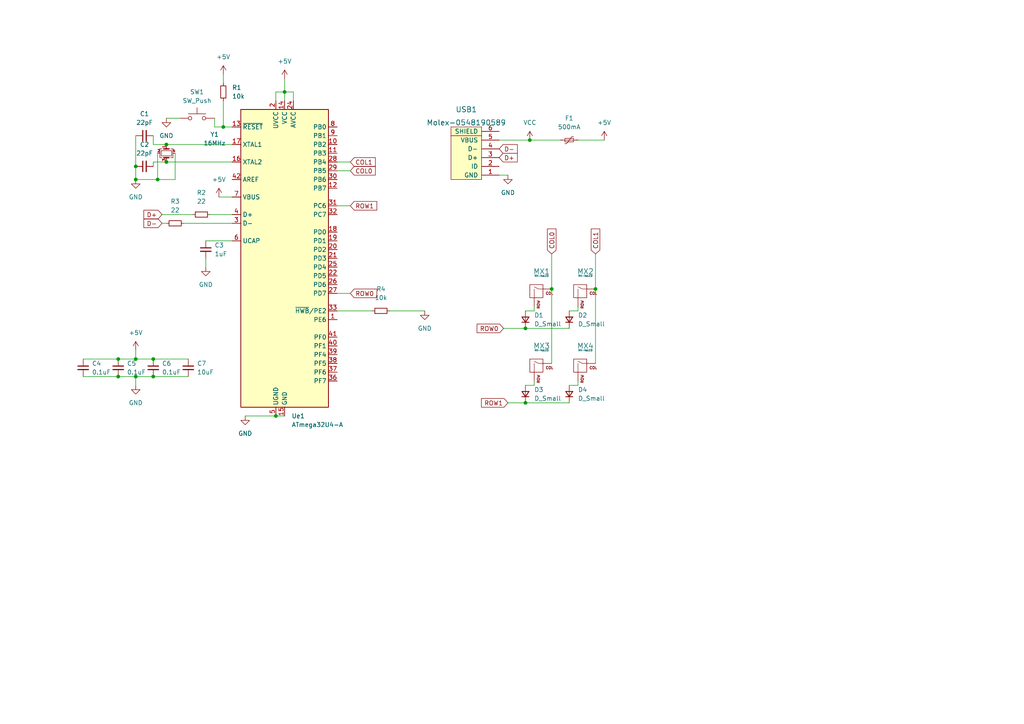
<source format=kicad_sch>
(kicad_sch (version 20211123) (generator eeschema)
  (paper "A4")
  (lib_symbols
    (symbol "Device:C_Small" (pin_numbers hide) (pin_names (offset 0.254) hide)
      (property "Reference" "C" (at 0.254 1.778 0))
      (property "Value" "C_Small" (at 0.254 -2.032 0))
      (symbol "C_Small_0_1"
        (polyline (pts (xy -1.524 -0.508) (xy 1.524 -0.508)) (stroke (width 0.3302)))
        (polyline (pts (xy -1.524 0.508) (xy 1.524 0.508)) (stroke (width 0.3048)))
      )
      (symbol "C_Small_1_1"
        (pin passive line (at 0 2.54 270) (length 2.032) (name "~") (number "1"))
        (pin passive line (at 0 -2.54 90) (length 2.032) (name "~") (number "2"))
      )
    )
    (symbol "Device:Crystal_GND24_Small" (pin_names (offset 1.016) hide)
      (property "Reference" "Y" (at 1.27 4.445 0))
      (property "Value" "Crystal_GND24_Small" (at 1.27 2.54 0))
      (symbol "Crystal_GND24_Small_0_1"
        (rectangle (start -0.762 -1.524) (end 0.762 1.524))
        (polyline (pts (xy -1.27 -0.762) (xy -1.27 0.762)) (stroke (width 0.381)))
        (polyline (pts (xy 1.27 -0.762) (xy 1.27 0.762)) (stroke (width 0.381)))
        (polyline (pts (xy -1.27 -1.27) (xy -1.27 -1.905) (xy 1.27 -1.905) (xy 1.27 -1.27)))
        (polyline (pts (xy -1.27 1.27) (xy -1.27 1.905) (xy 1.27 1.905) (xy 1.27 1.27)))
      )
      (symbol "Crystal_GND24_Small_1_1"
        (pin passive line (at -2.54 0 0) (length 1.27) (name "1") (number "1"))
        (pin passive line (at 0 -2.54 90) (length 0.635) (name "2") (number "2"))
        (pin passive line (at 2.54 0 180) (length 1.27) (name "3") (number "3"))
        (pin passive line (at 0 2.54 270) (length 0.635) (name "4") (number "4"))
      )
    )
    (symbol "Device:D_Small" (pin_numbers hide) (pin_names (offset 0.254) hide)
      (property "Reference" "D" (at -1.27 2.032 0))
      (property "Value" "D_Small" (at -3.81 -2.032 0))
      (symbol "D_Small_0_1"
        (polyline (pts (xy -0.762 -1.016) (xy -0.762 1.016)) (stroke (width 0.254)))
        (polyline (pts (xy -0.762 0) (xy 0.762 0)))
        (polyline (pts (xy 0.762 -1.016) (xy -0.762 0) (xy 0.762 1.016) (xy 0.762 -1.016)) (stroke (width 0.254)))
      )
      (symbol "D_Small_1_1"
        (pin passive line (at -2.54 0 0) (length 1.778) (name "K") (number "1"))
        (pin passive line (at 2.54 0 180) (length 1.778) (name "A") (number "2"))
      )
    )
    (symbol "Device:Polyfuse_Small" (pin_numbers hide) (pin_names (offset 0))
      (property "Reference" "F" (at -1.905 0 90))
      (property "Value" "Polyfuse_Small" (at 1.905 0 90))
      (symbol "Polyfuse_Small_0_1"
        (rectangle (start -0.508 1.27) (end 0.508 -1.27))
        (polyline (pts (xy 0 2.54) (xy 0 -2.54)))
        (polyline (pts (xy -1.016 1.27) (xy -1.016 0.762) (xy 1.016 -0.762) (xy 1.016 -1.27)))
      )
      (symbol "Polyfuse_Small_1_1"
        (pin passive line (at 0 2.54 270) (length 0.635) (name "~") (number "1"))
        (pin passive line (at 0 -2.54 90) (length 0.635) (name "~") (number "2"))
      )
    )
    (symbol "Device:R_Small" (pin_numbers hide) (pin_names (offset 0.254) hide)
      (property "Reference" "R" (at 0.762 0.508 0))
      (property "Value" "R_Small" (at 0.762 -1.016 0))
      (symbol "R_Small_0_1"
        (rectangle (start -0.762 1.778) (end 0.762 -1.778) (stroke (width 0.2032)))
      )
      (symbol "R_Small_1_1"
        (pin passive line (at 0 2.54 270) (length 0.762) (name "~") (number "1"))
        (pin passive line (at 0 -2.54 90) (length 0.762) (name "~") (number "2"))
      )
    )
    (symbol "MCU_Microchip_ATmega:ATmega32U4-A"
      (property "Reference" "U" (at -12.7 44.45 0))
      (property "Value" "ATmega32U4-A" (at 2.54 -44.45 0))
      (symbol "ATmega32U4-A_0_1"
        (rectangle (start -12.7 -43.18) (end 12.7 43.18) (stroke (width 0.254)) (fill (type background)))
      )
      (symbol "ATmega32U4-A_1_1"
        (pin bidirectional line (at 15.24 -17.78 180) (length 2.54) (name "PE6") (number "1"))
        (pin bidirectional line (at 15.24 33.02 180) (length 2.54) (name "PB2") (number "10"))
        (pin bidirectional line (at 15.24 30.48 180) (length 2.54) (name "PB3") (number "11"))
        (pin bidirectional line (at 15.24 20.32 180) (length 2.54) (name "PB7") (number "12"))
        (pin input line (at -15.24 38.1 0) (length 2.54) (name "~{RESET}") (number "13"))
        (pin power_in line (at 0 45.72 270) (length 2.54) (name "VCC") (number "14"))
        (pin power_in line (at 0 -45.72 90) (length 2.54) (name "GND") (number "15"))
        (pin output line (at -15.24 27.94 0) (length 2.54) (name "XTAL2") (number "16"))
        (pin input line (at -15.24 33.02 0) (length 2.54) (name "XTAL1") (number "17"))
        (pin bidirectional line (at 15.24 7.62 180) (length 2.54) (name "PD0") (number "18"))
        (pin bidirectional line (at 15.24 5.08 180) (length 2.54) (name "PD1") (number "19"))
        (pin power_in line (at -2.54 45.72 270) (length 2.54) (name "UVCC") (number "2"))
        (pin bidirectional line (at 15.24 2.54 180) (length 2.54) (name "PD2") (number "20"))
        (pin bidirectional line (at 15.24 0 180) (length 2.54) (name "PD3") (number "21"))
        (pin bidirectional line (at 15.24 -5.08 180) (length 2.54) (name "PD5") (number "22"))
        (pin passive line (at 0 -45.72 90) (length 2.54) hide (name "GND") (number "23"))
        (pin power_in line (at 2.54 45.72 270) (length 2.54) (name "AVCC") (number "24"))
        (pin bidirectional line (at 15.24 -2.54 180) (length 2.54) (name "PD4") (number "25"))
        (pin bidirectional line (at 15.24 -7.62 180) (length 2.54) (name "PD6") (number "26"))
        (pin bidirectional line (at 15.24 -10.16 180) (length 2.54) (name "PD7") (number "27"))
        (pin bidirectional line (at 15.24 27.94 180) (length 2.54) (name "PB4") (number "28"))
        (pin bidirectional line (at 15.24 25.4 180) (length 2.54) (name "PB5") (number "29"))
        (pin bidirectional line (at -15.24 10.16 0) (length 2.54) (name "D-") (number "3"))
        (pin bidirectional line (at 15.24 22.86 180) (length 2.54) (name "PB6") (number "30"))
        (pin bidirectional line (at 15.24 15.24 180) (length 2.54) (name "PC6") (number "31"))
        (pin bidirectional line (at 15.24 12.7 180) (length 2.54) (name "PC7") (number "32"))
        (pin bidirectional line (at 15.24 -15.24 180) (length 2.54) (name "~{HWB}/PE2") (number "33"))
        (pin passive line (at 0 45.72 270) (length 2.54) hide (name "VCC") (number "34"))
        (pin passive line (at 0 -45.72 90) (length 2.54) hide (name "GND") (number "35"))
        (pin bidirectional line (at 15.24 -35.56 180) (length 2.54) (name "PF7") (number "36"))
        (pin bidirectional line (at 15.24 -33.02 180) (length 2.54) (name "PF6") (number "37"))
        (pin bidirectional line (at 15.24 -30.48 180) (length 2.54) (name "PF5") (number "38"))
        (pin bidirectional line (at 15.24 -27.94 180) (length 2.54) (name "PF4") (number "39"))
        (pin bidirectional line (at -15.24 12.7 0) (length 2.54) (name "D+") (number "4"))
        (pin bidirectional line (at 15.24 -25.4 180) (length 2.54) (name "PF1") (number "40"))
        (pin bidirectional line (at 15.24 -22.86 180) (length 2.54) (name "PF0") (number "41"))
        (pin passive line (at -15.24 22.86 0) (length 2.54) (name "AREF") (number "42"))
        (pin passive line (at 0 -45.72 90) (length 2.54) hide (name "GND") (number "43"))
        (pin passive line (at 2.54 45.72 270) (length 2.54) hide (name "AVCC") (number "44"))
        (pin passive line (at -2.54 -45.72 90) (length 2.54) (name "UGND") (number "5"))
        (pin passive line (at -15.24 5.08 0) (length 2.54) (name "UCAP") (number "6"))
        (pin input line (at -15.24 17.78 0) (length 2.54) (name "VBUS") (number "7"))
        (pin bidirectional line (at 15.24 38.1 180) (length 2.54) (name "PB0") (number "8"))
        (pin bidirectional line (at 15.24 35.56 180) (length 2.54) (name "PB1") (number "9"))
      )
    )
    (symbol "MX_Alps_Hybrid:MX-NoLED" (pin_names (offset 1.016))
      (property "Reference" "MX" (at -0.635 3.81 0))
      (property "Value" "MX-NoLED" (at -0.635 1.27 0))
      (symbol "MX-NoLED_0_0"
        (rectangle (start -2.54 2.54) (end 1.27 -1.27))
        (polyline (pts (xy -1.27 -1.27) (xy -1.27 1.27)) (stroke (width 0.127)))
        (polyline (pts (xy 1.27 1.27) (xy 0 1.27) (xy -1.27 1.905)) (stroke (width 0.127)))
        (text "COL" (at 3.175 0 0) (effects (font (size 0.762 0.762))))
        (text "ROW" (at 0 -1.905 900) (effects (font (size 0.762 0.762)) (justify right)))
      )
      (symbol "MX-NoLED_1_1"
        (pin passive line (at 3.81 1.27 180) (length 2.54) (name "COL") (number "1"))
        (pin passive line (at -1.27 -3.81 90) (length 2.54) (name "ROW") (number "2"))
      )
    )
    (symbol "Switch:SW_Push" (pin_numbers hide) (pin_names (offset 1.016) hide)
      (property "Reference" "SW" (at 1.27 2.54 0))
      (property "Value" "SW_Push" (at 0 -1.524 0))
      (symbol "SW_Push_0_1"
        (circle (center -2.032 0) (radius 0.508))
        (polyline (pts (xy 0 1.27) (xy 0 3.048)))
        (polyline (pts (xy 2.54 1.27) (xy -2.54 1.27)))
        (circle (center 2.032 0) (radius 0.508))
        (pin passive line (at -5.08 0 0) (length 2.54) (name "1") (number "1"))
        (pin passive line (at 5.08 0 180) (length 2.54) (name "2") (number "2"))
      )
    )
    (symbol "power:+5V" (power) (pin_names (offset 0))
      (property "Value" "+5V" (at 0 3.556 0))
      (symbol "+5V_0_1"
        (polyline (pts (xy -0.762 1.27) (xy 0 2.54)))
        (polyline (pts (xy 0 0) (xy 0 2.54)))
        (polyline (pts (xy 0 2.54) (xy 0.762 1.27)))
      )
      (symbol "+5V_1_1"
        (pin power_in line (at 0 0 90) (length 0) hide (name "+5V") (number "1"))
      )
    )
    (symbol "power:GND" (power) (pin_names (offset 0))
      (property "Value" "GND" (at 0 -3.81 0))
      (symbol "GND_0_1"
        (polyline (pts (xy 0 0) (xy 0 -1.27) (xy 1.27 -1.27) (xy 0 -2.54) (xy -1.27 -1.27) (xy 0 -1.27)))
      )
      (symbol "GND_1_1"
        (pin power_in line (at 0 0 270) (length 0) hide (name "GND") (number "1"))
      )
    )
    (symbol "power:VCC" (power) (pin_names (offset 0))
      (property "Value" "VCC" (at 0 3.81 0))
      (symbol "VCC_0_1"
        (polyline (pts (xy -0.762 1.27) (xy 0 2.54)))
        (polyline (pts (xy 0 0) (xy 0 2.54)))
        (polyline (pts (xy 0 2.54) (xy 0.762 1.27)))
      )
      (symbol "VCC_1_1"
        (pin power_in line (at 0 0 90) (length 0) hide (name "VCC") (number "1"))
      )
    )
    (symbol "random-keyboard-parts:Molex-0548190589" (pin_names (offset 1.016))
      (property "Reference" "USB" (at 0 7.62 0))
      (property "Value" "Molex-0548190589" (at 0 10.16 0))
      (symbol "Molex-0548190589_0_0"
        (polyline (pts (xy 6.35 -2.54) (xy 6.35 6.35)))
        (rectangle (start 8.89 -2.54) (end -6.35 6.35) (fill (type background)))
      )
      (symbol "Molex-0548190589_1_1"
        (pin input line (at -5.08 -7.62 90) (length 5.08) (name "GND") (number "1"))
        (pin input line (at -2.54 -7.62 90) (length 5.08) (name "ID") (number "2"))
        (pin input line (at 0 -7.62 90) (length 5.08) (name "D+") (number "3"))
        (pin input line (at 2.54 -7.62 90) (length 5.08) (name "D-") (number "4"))
        (pin input line (at 5.08 -7.62 90) (length 5.08) (name "VBUS") (number "5"))
        (pin input line (at 7.62 -7.62 90) (length 5.08) (name "SHIELD") (number "6"))
      )
    )
  )
  (junction (at 48.26 46.99))
  (junction (at 160.02 83.82))
  (junction (at 153.67 40.64))
  (junction (at 80.01 120.65))
  (junction (at 39.37 52.07))
  (junction (at 44.45 109.22))
  (junction (at 44.45 104.14))
  (junction (at 39.37 109.22))
  (junction (at 82.55 26.67))
  (junction (at 48.26 41.91))
  (junction (at 64.77 36.83))
  (junction (at 45.72 52.07))
  (junction (at 152.4 95.25))
  (junction (at 152.4 116.84))
  (junction (at 39.37 104.14))
  (junction (at 34.29 104.14))
  (junction (at 34.29 109.22))
  (junction (at 39.37 48.26))
  (junction (at 172.72 83.82))
  (wire (pts (xy 62.23 34.29) (xy 62.23 36.83)))
  (wire (pts (xy 113.03 90.17) (xy 123.19 90.17)))
  (wire (pts (xy 46.99 64.77) (xy 48.26 64.77)))
  (wire (pts (xy 59.69 74.93) (xy 59.69 77.47)))
  (wire (pts (xy 82.55 22.86) (xy 82.55 26.67)))
  (wire (pts (xy 46.99 62.23) (xy 55.88 62.23)))
  (wire (pts (xy 45.72 44.45) (xy 45.72 52.07)))
  (wire (pts (xy 50.8 52.07) (xy 50.8 44.45)))
  (wire (pts (xy 64.77 21.59) (xy 64.77 24.13)))
  (wire (pts (xy 167.64 111.76) (xy 167.64 110.49)))
  (wire (pts (xy 97.79 49.53) (xy 101.6 49.53)))
  (wire (pts (xy 172.72 83.82) (xy 172.72 105.41)))
  (wire (pts (xy 39.37 39.37) (xy 39.37 48.26)))
  (wire (pts (xy 152.4 111.76) (xy 154.94 111.76)))
  (wire (pts (xy 44.45 46.99) (xy 48.26 46.99)))
  (wire (pts (xy 64.77 36.83) (xy 67.31 36.83)))
  (wire (pts (xy 80.01 120.65) (xy 82.55 120.65)))
  (wire (pts (xy 39.37 52.07) (xy 45.72 52.07)))
  (wire (pts (xy 24.13 109.22) (xy 34.29 109.22)))
  (wire (pts (xy 44.45 109.22) (xy 54.61 109.22)))
  (wire (pts (xy 82.55 26.67) (xy 85.09 26.67)))
  (wire (pts (xy 45.72 52.07) (xy 50.8 52.07)))
  (wire (pts (xy 144.78 50.8) (xy 147.32 50.8)))
  (wire (pts (xy 160.02 73.66) (xy 160.02 83.82)))
  (wire (pts (xy 39.37 109.22) (xy 44.45 109.22)))
  (wire (pts (xy 63.5 57.15) (xy 67.31 57.15)))
  (wire (pts (xy 97.79 46.99) (xy 101.6 46.99)))
  (wire (pts (xy 59.69 69.85) (xy 67.31 69.85)))
  (wire (pts (xy 39.37 48.26) (xy 39.37 52.07)))
  (wire (pts (xy 60.96 62.23) (xy 67.31 62.23)))
  (wire (pts (xy 53.34 64.77) (xy 67.31 64.77)))
  (wire (pts (xy 48.26 46.99) (xy 67.31 46.99)))
  (wire (pts (xy 144.78 40.64) (xy 153.67 40.64)))
  (wire (pts (xy 160.02 83.82) (xy 160.02 105.41)))
  (wire (pts (xy 154.94 111.76) (xy 154.94 110.49)))
  (wire (pts (xy 167.64 40.64) (xy 175.26 40.64)))
  (wire (pts (xy 44.45 48.26) (xy 44.45 46.99)))
  (wire (pts (xy 39.37 101.6) (xy 39.37 104.14)))
  (wire (pts (xy 39.37 104.14) (xy 44.45 104.14)))
  (wire (pts (xy 34.29 109.22) (xy 39.37 109.22)))
  (wire (pts (xy 147.32 116.84) (xy 152.4 116.84)))
  (wire (pts (xy 34.29 104.14) (xy 39.37 104.14)))
  (wire (pts (xy 152.4 90.17) (xy 154.94 90.17)))
  (wire (pts (xy 165.1 90.17) (xy 167.64 90.17)))
  (wire (pts (xy 44.45 41.91) (xy 48.26 41.91)))
  (wire (pts (xy 165.1 111.76) (xy 167.64 111.76)))
  (wire (pts (xy 82.55 26.67) (xy 82.55 29.21)))
  (wire (pts (xy 80.01 26.67) (xy 80.01 29.21)))
  (wire (pts (xy 85.09 26.67) (xy 85.09 29.21)))
  (wire (pts (xy 97.79 59.69) (xy 101.6 59.69)))
  (wire (pts (xy 48.26 34.29) (xy 52.07 34.29)))
  (wire (pts (xy 82.55 26.67) (xy 80.01 26.67)))
  (wire (pts (xy 154.94 90.17) (xy 154.94 88.9)))
  (wire (pts (xy 39.37 109.22) (xy 39.37 111.76)))
  (wire (pts (xy 62.23 36.83) (xy 64.77 36.83)))
  (wire (pts (xy 97.79 85.09) (xy 101.6 85.09)))
  (wire (pts (xy 71.12 120.65) (xy 80.01 120.65)))
  (wire (pts (xy 172.72 73.66) (xy 172.72 83.82)))
  (wire (pts (xy 24.13 104.14) (xy 34.29 104.14)))
  (wire (pts (xy 153.67 40.64) (xy 162.56 40.64)))
  (wire (pts (xy 44.45 104.14) (xy 54.61 104.14)))
  (wire (pts (xy 44.45 39.37) (xy 44.45 41.91)))
  (wire (pts (xy 167.64 90.17) (xy 167.64 88.9)))
  (wire (pts (xy 64.77 29.21) (xy 64.77 36.83)))
  (wire (pts (xy 152.4 116.84) (xy 165.1 116.84)))
  (wire (pts (xy 48.26 41.91) (xy 67.31 41.91)))
  (wire (pts (xy 97.79 90.17) (xy 107.95 90.17)))
  (wire (pts (xy 152.4 95.25) (xy 165.1 95.25)))
  (wire (pts (xy 146.05 95.25) (xy 152.4 95.25)))
  (global_label "COL1" (shape input) (at 172.72 73.66 90) (property "Intersheet References" "${INTERSHEET_REFS}" (effects hide)))
  (global_label "D-" (shape input) (at 46.99 64.77 180) (property "Intersheet References" "${INTERSHEET_REFS}" (effects hide)))
  (global_label "ROW1" (shape input) (at 147.32 116.84 180) (property "Intersheet References" "${INTERSHEET_REFS}" (effects hide)))
  (global_label "ROW0" (shape input) (at 101.6 85.09 0) (property "Intersheet References" "${INTERSHEET_REFS}" (effects hide)))
  (global_label "COL1" (shape input) (at 101.6 46.99 0) (property "Intersheet References" "${INTERSHEET_REFS}" (effects hide)))
  (global_label "D-" (shape input) (at 144.78 43.18 0) (property "Intersheet References" "${INTERSHEET_REFS}" (effects hide)))
  (global_label "ROW0" (shape input) (at 146.05 95.25 180) (property "Intersheet References" "${INTERSHEET_REFS}" (effects hide)))
  (global_label "D+" (shape input) (at 46.99 62.23 180) (property "Intersheet References" "${INTERSHEET_REFS}" (effects hide)))
  (global_label "ROW1" (shape input) (at 101.6 59.69 0) (property "Intersheet References" "${INTERSHEET_REFS}" (effects hide)))
  (global_label "D+" (shape input) (at 144.78 45.72 0) (property "Intersheet References" "${INTERSHEET_REFS}" (effects hide)))
  (global_label "COL0" (shape input) (at 160.02 73.66 90) (property "Intersheet References" "${INTERSHEET_REFS}" (effects hide)))
  (global_label "COL0" (shape input) (at 101.6 49.53 0) (property "Intersheet References" "${INTERSHEET_REFS}" (effects hide)))
  (symbol (lib_id "power:GND") (at 39.37 52.07 0) (unit 1)
    (property "Reference" "#PWR07" (effects hide))
    (property "Value" "GND" (at 39.37 57.15 0))
  )
  (symbol (lib_id "Device:D_Small") (at 152.4 92.71 90) (unit 1)
    (property "Reference" "D1" (at 154.94 91.4399 90) (effects (justify right)))
    (property "Value" "D_Small" (at 154.94 93.9799 90) (effects (justify right)))
    (property "Footprint" "Diode_SMD:D_SOD-123" (effects hide))
  )
  (symbol (lib_id "power:VCC") (at 153.67 40.64 0) (unit 1)
    (property "Reference" "#PWR03" (effects hide))
    (property "Value" "VCC" (at 153.67 35.56 0))
  )
  (symbol (lib_id "random-keyboard-parts:Molex-0548190589") (at 137.16 45.72 90) (unit 1)
    (property "Reference" "USB1" (at 135.255 31.75 90) (effects (font (size 1.524 1.524))))
    (property "Value" "Molex-0548190589" (at 135.255 35.56 90) (effects (font (size 1.524 1.524))))
    (property "Footprint" "random-keyboard-parts:Molex-0548190589" (effects hide))
  )
  (symbol (lib_id "Device:C_Small") (at 34.29 106.68 0) (unit 1)
    (property "Reference" "C5" (at 36.83 105.4162 0) (effects (justify left)))
    (property "Value" "0.1uF" (at 36.83 107.9562 0) (effects (justify left)))
    (property "Footprint" "Capacitor_SMD:C_0805_2012Metric" (effects hide))
  )
  (symbol (lib_id "MX_Alps_Hybrid:MX-NoLED") (at 168.91 106.68 0) (unit 1)
    (property "Reference" "MX4" (at 169.7956 100.33 0) (effects (font (size 1.524 1.524))))
    (property "Value" "MX-NoLED" (at 169.7956 101.6 0) (effects (font (size 0.508 0.508))))
    (property "Footprint" "MX_Alps_Hybrid:MX-1U-NoLED" (effects hide))
  )
  (symbol (lib_id "power:GND") (at 71.12 120.65 0) (unit 1)
    (property "Reference" "#PWR013" (effects hide))
    (property "Value" "GND" (at 71.12 125.73 0))
  )
  (symbol (lib_id "power:GND") (at 59.69 77.47 0) (unit 1)
    (property "Reference" "#PWR09" (effects hide))
    (property "Value" "GND" (at 59.69 82.55 0))
  )
  (symbol (lib_id "Device:C_Small") (at 44.45 106.68 0) (unit 1)
    (property "Reference" "C6" (at 46.99 105.4162 0) (effects (justify left)))
    (property "Value" "0.1uF" (at 46.99 107.9562 0) (effects (justify left)))
    (property "Footprint" "Capacitor_SMD:C_0805_2012Metric" (effects hide))
  )
  (symbol (lib_id "Device:R_Small") (at 50.8 64.77 90) (unit 1)
    (property "Reference" "R3" (at 50.8 58.42 90))
    (property "Value" "22" (at 50.8 60.96 90))
    (property "Footprint" "Resistor_SMD:R_0805_2012Metric" (effects hide))
  )
  (symbol (lib_id "Device:C_Small") (at 54.61 106.68 0) (unit 1)
    (property "Reference" "C7" (at 57.15 105.4162 0) (effects (justify left)))
    (property "Value" "10uF" (at 57.15 107.9562 0) (effects (justify left)))
    (property "Footprint" "Capacitor_SMD:C_0805_2012Metric" (effects hide))
  )
  (symbol (lib_id "power:+5V") (at 175.26 40.64 0) (unit 1)
    (property "Reference" "#PWR04" (effects hide))
    (property "Value" "+5V" (at 175.26 35.56 0))
  )
  (symbol (lib_id "Switch:SW_Push") (at 57.15 34.29 0) (unit 1)
    (property "Reference" "SW1" (at 57.15 26.67 0))
    (property "Value" "SW_Push" (at 57.15 29.21 0))
    (property "Footprint" "random-keyboard-parts:SKQG-1155865" (effects hide))
  )
  (symbol (lib_id "Device:Polyfuse_Small") (at 165.1 40.64 90) (unit 1)
    (property "Reference" "F1" (at 165.1 34.29 90))
    (property "Value" "500mA" (at 165.1 36.83 90))
    (property "Footprint" "Fuse:Fuse_1206_3216Metric" (effects hide))
  )
  (symbol (lib_id "power:+5V") (at 39.37 101.6 0) (unit 1)
    (property "Reference" "#PWR011" (effects hide))
    (property "Value" "+5V" (at 39.37 96.52 0))
  )
  (symbol (lib_id "Device:C_Small") (at 41.91 48.26 90) (unit 1)
    (property "Reference" "C2" (at 41.9163 41.91 90))
    (property "Value" "22pF" (at 41.9163 44.45 90))
    (property "Footprint" "Capacitor_SMD:C_0805_2012Metric" (effects hide))
  )
  (symbol (lib_id "Device:D_Small") (at 165.1 114.3 90) (unit 1)
    (property "Reference" "D4" (at 167.64 113.0299 90) (effects (justify right)))
    (property "Value" "D_Small" (at 167.64 115.5699 90) (effects (justify right)))
    (property "Footprint" "Diode_SMD:D_SOD-123" (effects hide))
  )
  (symbol (lib_id "Device:C_Small") (at 59.69 72.39 0) (unit 1)
    (property "Reference" "C3" (at 62.23 71.1262 0) (effects (justify left)))
    (property "Value" "1uF" (at 62.23 73.6662 0) (effects (justify left)))
    (property "Footprint" "Capacitor_SMD:C_0805_2012Metric" (effects hide))
  )
  (symbol (lib_id "power:GND") (at 48.26 34.29 0) (unit 1)
    (property "Reference" "#PWR05" (effects hide))
    (property "Value" "GND" (at 48.26 39.37 0))
  )
  (symbol (lib_id "power:+5V") (at 64.77 21.59 0) (unit 1)
    (property "Reference" "#PWR01" (effects hide))
    (property "Value" "+5V" (at 64.77 16.51 0))
  )
  (symbol (lib_id "MX_Alps_Hybrid:MX-NoLED") (at 168.91 85.09 0) (unit 1)
    (property "Reference" "MX2" (at 169.7956 78.74 0) (effects (font (size 1.524 1.524))))
    (property "Value" "MX-NoLED" (at 169.7956 80.01 0) (effects (font (size 0.508 0.508))))
    (property "Footprint" "MX_Alps_Hybrid:MX-1U-NoLED" (effects hide))
  )
  (symbol (lib_id "power:GND") (at 147.32 50.8 0) (unit 1)
    (property "Reference" "#PWR06" (effects hide))
    (property "Value" "GND" (at 147.32 55.88 0))
  )
  (symbol (lib_id "MX_Alps_Hybrid:MX-NoLED") (at 156.21 106.68 0) (unit 1)
    (property "Reference" "MX3" (at 157.0956 100.33 0) (effects (font (size 1.524 1.524))))
    (property "Value" "MX-NoLED" (at 157.0956 101.6 0) (effects (font (size 0.508 0.508))))
    (property "Footprint" "MX_Alps_Hybrid:MX-1U-NoLED" (effects hide))
  )
  (symbol (lib_id "power:+5V") (at 63.5 57.15 0) (unit 1)
    (property "Reference" "#PWR08" (effects hide))
    (property "Value" "+5V" (at 63.5 52.07 0))
  )
  (symbol (lib_id "Device:C_Small") (at 41.91 39.37 90) (unit 1)
    (property "Reference" "C1" (at 41.9163 33.02 90))
    (property "Value" "22pF" (at 41.9163 35.56 90))
    (property "Footprint" "Capacitor_SMD:C_0805_2012Metric" (effects hide))
  )
  (symbol (lib_id "Device:D_Small") (at 165.1 92.71 90) (unit 1)
    (property "Reference" "D2" (at 167.64 91.4399 90) (effects (justify right)))
    (property "Value" "D_Small" (at 167.64 93.9799 90) (effects (justify right)))
    (property "Footprint" "Diode_SMD:D_SOD-123" (effects hide))
  )
  (symbol (lib_id "Device:R_Small") (at 110.49 90.17 90) (unit 1)
    (property "Reference" "R4" (at 110.49 83.82 90))
    (property "Value" "10k" (at 110.49 86.36 90))
    (property "Footprint" "Resistor_SMD:R_0805_2012Metric" (effects hide))
  )
  (symbol (lib_id "Device:R_Small") (at 58.42 62.23 90) (unit 1)
    (property "Reference" "R2" (at 58.42 55.88 90))
    (property "Value" "22" (at 58.42 58.42 90))
    (property "Footprint" "Resistor_SMD:R_0805_2012Metric" (effects hide))
  )
  (symbol (lib_id "Device:C_Small") (at 24.13 106.68 0) (unit 1)
    (property "Reference" "C4" (at 26.67 105.4162 0) (effects (justify left)))
    (property "Value" "0.1uF" (at 26.67 107.9562 0) (effects (justify left)))
    (property "Footprint" "Capacitor_SMD:C_0805_2012Metric" (effects hide))
  )
  (symbol (lib_id "power:GND") (at 123.19 90.17 0) (unit 1)
    (property "Reference" "#PWR010" (effects hide))
    (property "Value" "GND" (at 123.19 95.25 0))
  )
  (symbol (lib_id "Device:R_Small") (at 64.77 26.67 0) (unit 1)
    (property "Reference" "R1" (at 67.31 25.3999 0) (effects (justify left)))
    (property "Value" "10k" (at 67.31 27.9399 0) (effects (justify left)))
    (property "Footprint" "Resistor_SMD:R_0805_2012Metric" (effects hide))
  )
  (symbol (lib_id "power:GND") (at 39.37 111.76 0) (unit 1)
    (property "Reference" "#PWR012" (effects hide))
    (property "Value" "GND" (at 39.37 116.84 0))
  )
  (symbol (lib_id "Device:D_Small") (at 152.4 114.3 90) (unit 1)
    (property "Reference" "D3" (at 154.94 113.0299 90) (effects (justify right)))
    (property "Value" "D_Small" (at 154.94 115.5699 90) (effects (justify right)))
    (property "Footprint" "Diode_SMD:D_SOD-123" (effects hide))
  )
  (symbol (lib_id "Device:Crystal_GND24_Small") (at 48.26 44.45 270) (unit 1)
    (property "Reference" "Y1" (at 62.23 38.9888 90))
    (property "Value" "16MHz" (at 62.23 41.5288 90))
    (property "Footprint" "Crystal:Crystal_SMD_3225-4Pin_3.2x2.5mm" (effects hide))
  )
  (symbol (lib_id "power:+5V") (at 82.55 22.86 0) (unit 1)
    (property "Reference" "#PWR02" (effects hide))
    (property "Value" "+5V" (at 82.55 17.78 0))
  )
  (symbol (lib_id "MCU_Microchip_ATmega:ATmega32U4-A") (at 82.55 74.93 0) (unit 1)
    (property "Reference" "Ue1" (at 84.5694 120.65 0) (effects (justify left)))
    (property "Value" "ATmega32U4-A" (at 84.5694 123.19 0) (effects (justify left)))
    (property "Footprint" "Package_QFP:TQFP-44_10x10mm_P0.8mm" (effects hide))
    (property "Datasheet" "http://ww1.microchip.com/downloads/en/DeviceDoc/Atmel-7766-8-bit-AVR-ATmega16U4-32U4_Datasheet.pdf" (effects hide))
  )
  (symbol (lib_id "MX_Alps_Hybrid:MX-NoLED") (at 156.21 85.09 0) (unit 1)
    (property "Reference" "MX1" (at 157.0956 78.74 0) (effects (font (size 1.524 1.524))))
    (property "Value" "MX-NoLED" (at 157.0956 80.01 0) (effects (font (size 0.508 0.508))))
    (property "Footprint" "MX_Alps_Hybrid:MX-1U-NoLED" (effects hide))
  )
)
</source>
